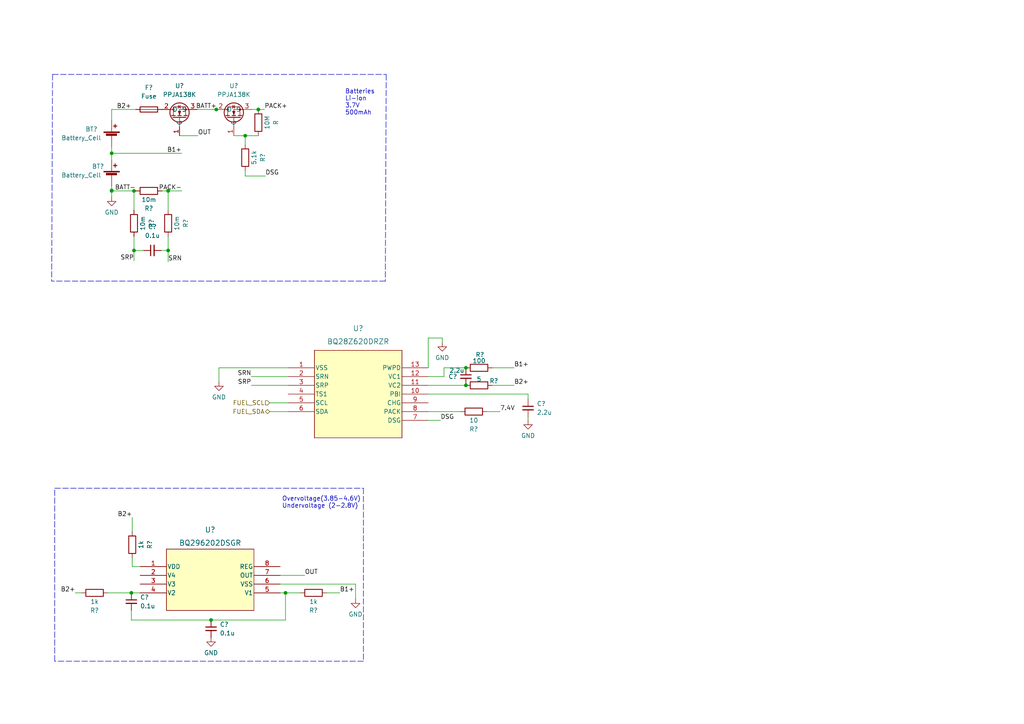
<source format=kicad_sch>
(kicad_sch (version 20211123) (generator eeschema)
  (paper "A4")
  (lib_symbols
    (symbol "Device:Battery_Cell" (pin_numbers hide) (pin_names (offset 0) hide)
      (property "Reference" "BT" (at 2.54 2.54 0))
      (property "Value" "Battery_Cell" (at 2.54 0 0))
      (symbol "Battery_Cell_0_1"
        (rectangle (start -2.286 1.778) (end 2.286 1.524) (fill (type outline)))
        (rectangle (start -1.5748 1.1938) (end 1.4732 0.6858) (fill (type outline)))
        (polyline (pts (xy 0 0.762) (xy 0 0)))
        (polyline (pts (xy 0 1.778) (xy 0 2.54)))
        (polyline (pts (xy 0.508 3.429) (xy 1.524 3.429)) (stroke (width 0.254)))
        (polyline (pts (xy 1.016 3.937) (xy 1.016 2.921)) (stroke (width 0.254)))
      )
      (symbol "Battery_Cell_1_1"
        (pin passive line (at 0 5.08 270) (length 2.54) (name "+") (number "1"))
        (pin passive line (at 0 -2.54 90) (length 2.54) (name "-") (number "2"))
      )
    )
    (symbol "Device:C_Small" (pin_numbers hide) (pin_names (offset 0.254) hide)
      (property "Reference" "C" (at 0.254 1.778 0))
      (property "Value" "C_Small" (at 0.254 -2.032 0))
      (symbol "C_Small_0_1"
        (polyline (pts (xy -1.524 -0.508) (xy 1.524 -0.508)) (stroke (width 0.3302)))
        (polyline (pts (xy -1.524 0.508) (xy 1.524 0.508)) (stroke (width 0.3048)))
      )
      (symbol "C_Small_1_1"
        (pin passive line (at 0 2.54 270) (length 2.032) (name "~") (number "1"))
        (pin passive line (at 0 -2.54 90) (length 2.032) (name "~") (number "2"))
      )
    )
    (symbol "Device:Fuse" (pin_numbers hide) (pin_names (offset 0))
      (property "Reference" "F" (at 2.032 0 90))
      (property "Value" "Fuse" (at -1.905 0 90))
      (symbol "Fuse_0_1"
        (rectangle (start -0.762 -2.54) (end 0.762 2.54) (stroke (width 0.254)))
        (polyline (pts (xy 0 2.54) (xy 0 -2.54)))
      )
      (symbol "Fuse_1_1"
        (pin passive line (at 0 3.81 270) (length 1.27) (name "~") (number "1"))
        (pin passive line (at 0 -3.81 90) (length 1.27) (name "~") (number "2"))
      )
    )
    (symbol "Device:R" (pin_numbers hide) (pin_names (offset 0))
      (property "Reference" "R" (at 2.032 0 90))
      (property "Value" "R" (at 0 0 90))
      (symbol "R_0_1"
        (rectangle (start -1.016 -2.54) (end 1.016 2.54) (stroke (width 0.254)))
      )
      (symbol "R_1_1"
        (pin passive line (at 0 3.81 270) (length 1.27) (name "~") (number "1"))
        (pin passive line (at 0 -3.81 90) (length 1.27) (name "~") (number "2"))
      )
    )
    (symbol "SmallSat-Peripherals-Board:BQ28Z620DRZR" (pin_names (offset 0.254))
      (property "Reference" "U" (at 20.32 10.16 0))
      (property "Value" "BQ28Z620DRZR" (at 20.32 7.62 0))
      (symbol "BQ28Z620DRZR_0_1"
        (polyline (pts (xy 7.62 5.08) (xy 7.62 -20.32)) (stroke (width 0.127)))
        (polyline (pts (xy 33.02 -20.32) (xy 33.02 5.08)) (stroke (width 0.127)))
        (polyline (pts (xy 33.02 5.08) (xy 7.62 5.08)) (stroke (width 0.127)))
        (pin power_in line (at 0 0 0) (length 7.62) (name "VSS") (number "1"))
        (pin power_in line (at 40.64 -7.62 180) (length 7.62) (name "PBI") (number "10"))
        (pin input line (at 40.64 -5.08 180) (length 7.62) (name "VC2") (number "11"))
        (pin input line (at 40.64 -2.54 180) (length 7.62) (name "VC1") (number "12"))
        (pin power_out line (at 40.64 0 180) (length 7.62) (name "PWPD") (number "13"))
        (pin input line (at 0 -2.54 0) (length 7.62) (name "SRN") (number "2"))
        (pin input line (at 0 -5.08 0) (length 7.62) (name "SRP") (number "3"))
        (pin input line (at 0 -7.62 0) (length 7.62) (name "TS1") (number "4"))
        (pin bidirectional line (at 0 -10.16 0) (length 7.62) (name "SCL") (number "5"))
        (pin bidirectional line (at 0 -12.7 0) (length 7.62) (name "SDA") (number "6"))
        (pin output line (at 40.64 -15.24 180) (length 7.62) (name "DSG") (number "7"))
        (pin input line (at 40.64 -12.7 180) (length 7.62) (name "PACK") (number "8"))
        (pin output line (at 40.64 -10.16 180) (length 7.62) (name "CHG") (number "9"))
      )
      (symbol "BQ28Z620DRZR_1_1"
        (rectangle (start 7.62 5.08) (end 33.02 -20.32) (fill (type background)))
      )
    )
    (symbol "SmallSat-Peripherals-Board:BQ296202DSGR" (pin_names (offset 0.254))
      (property "Reference" "U" (at -1.524 13.208 0))
      (property "Value" "BQ296202DSGR" (at -1.524 10.668 0))
      (symbol "BQ296202DSGR_0_1"
        (polyline (pts (xy -14.224 -9.652) (xy 11.176 -9.652)) (stroke (width 0.127)))
        (polyline (pts (xy -14.224 8.128) (xy -14.224 -9.652)) (stroke (width 0.127)))
        (polyline (pts (xy 11.176 8.128) (xy -14.224 8.128)) (stroke (width 0.127)))
        (pin power_in line (at -21.844 3.048 0) (length 7.62) (name "VDD") (number "1"))
        (pin input line (at -21.844 0.508 0) (length 7.62) (name "V4") (number "2"))
        (pin input line (at -21.844 -2.032 0) (length 7.62) (name "V3") (number "3"))
        (pin input line (at -21.844 -4.572 0) (length 7.62) (name "V2") (number "4"))
        (pin input line (at 18.796 -4.572 180) (length 7.62) (name "V1") (number "5"))
        (pin power_in line (at 18.796 -2.032 180) (length 7.62) (name "VSS") (number "6"))
        (pin output line (at 18.796 0.508 180) (length 7.62) (name "OUT") (number "7"))
        (pin output line (at 18.796 3.048 180) (length 7.62) (name "REG") (number "8"))
      )
      (symbol "BQ296202DSGR_1_1"
        (rectangle (start -14.224 8.128) (end 11.176 -9.652) (fill (type background)))
      )
    )
    (symbol "SmallSat-Peripherals-Board:PPJA138K"
      (property "Reference" "U" (at 0 12.7 0))
      (property "Value" "PPJA138K" (at 0 15.24 0))
      (symbol "PPJA138K_0_1"
        (polyline (pts (xy -1.27 0) (xy -4.064 0)))
        (polyline (pts (xy -1.27 1.905) (xy -1.27 -1.905)) (stroke (width 0.254)))
        (polyline (pts (xy -0.762 -1.27) (xy -0.762 -2.286)) (stroke (width 0.254)))
        (polyline (pts (xy -0.762 0.508) (xy -0.762 -0.508)) (stroke (width 0.254)))
        (polyline (pts (xy -0.762 2.286) (xy -0.762 1.27)) (stroke (width 0.254)))
        (polyline (pts (xy 1.016 2.54) (xy 1.016 1.778)))
        (polyline (pts (xy 1.016 -2.54) (xy 1.016 0) (xy -0.762 0)))
        (polyline (pts (xy -0.762 -1.778) (xy 1.778 -1.778) (xy 1.778 1.778) (xy -0.762 1.778)))
        (polyline (pts (xy -0.508 0) (xy 0.508 0.381) (xy 0.508 -0.381) (xy -0.508 0)) (fill (type outline)))
        (polyline (pts (xy 1.27 0.508) (xy 1.397 0.381) (xy 2.159 0.381) (xy 2.286 0.254)))
        (polyline (pts (xy 1.778 0.381) (xy 1.397 -0.254) (xy 2.159 -0.254) (xy 1.778 0.381)))
        (circle (center 0.127 0) (radius 2.794) (stroke (width 0.254)))
        (circle (center 1.016 -1.778) (radius 0.254) (fill (type outline)))
        (circle (center 1.016 1.778) (radius 0.254) (fill (type outline)))
      )
      (symbol "PPJA138K_1_1"
        (pin input line (at -6.604 0 0) (length 2.54) (name "G") (number "1"))
        (pin passive line (at 1.016 5.08 270) (length 2.54) (name "D") (number "2"))
        (pin passive line (at 1.016 -5.08 90) (length 2.54) (name "S") (number "3"))
      )
    )
    (symbol "power:GND" (power) (pin_names (offset 0))
      (property "Value" "GND" (at 0 -3.81 0))
      (symbol "GND_0_1"
        (polyline (pts (xy 0 0) (xy 0 -1.27) (xy 1.27 -1.27) (xy 0 -2.54) (xy -1.27 -1.27) (xy 0 -1.27)))
      )
      (symbol "GND_1_1"
        (pin power_in line (at 0 0 270) (length 0) hide (name "GND") (number "1"))
      )
    )
  )
  (junction (at 32.385 44.45))
  (junction (at 32.385 55.372))
  (junction (at 82.804 171.958))
  (junction (at 32.385 55.245))
  (junction (at 135.128 106.68))
  (junction (at 38.1 171.958))
  (junction (at 62.738 31.75))
  (junction (at 71.12 39.37))
  (junction (at 135.128 111.76))
  (junction (at 61.214 179.832))
  (junction (at 38.862 72.644))
  (junction (at 38.862 55.372))
  (junction (at 48.768 72.644))
  (junction (at 74.93 31.75))
  (junction (at 48.768 55.372))
  (wire (pts (xy 78.232 119.38) (xy 83.566 119.38)))
  (wire (pts (xy 124.206 119.38) (xy 133.604 119.38)))
  (wire (pts (xy 38.862 72.644) (xy 41.656 72.644)))
  (wire (pts (xy 32.385 55.245) (xy 32.385 55.372)))
  (wire (pts (xy 48.768 55.372) (xy 52.705 55.372)))
  (wire (pts (xy 32.385 55.372) (xy 38.862 55.372)))
  (wire (pts (xy 103.124 169.418) (xy 103.124 173.736)))
  (wire (pts (xy 46.99 55.372) (xy 48.768 55.372)))
  (wire (pts (xy 38.862 55.372) (xy 39.37 55.372)))
  (wire (pts (xy 48.768 72.644) (xy 48.768 68.58)))
  (wire (pts (xy 32.385 42.545) (xy 32.385 44.45)))
  (wire (pts (xy 21.844 171.958) (xy 23.622 171.958)))
  (wire (pts (xy 82.804 171.958) (xy 82.804 179.832)))
  (polyline (pts (xy 111.76 81.534) (xy 14.986 81.534)))
  (wire (pts (xy 153.162 114.3) (xy 153.162 115.824)))
  (wire (pts (xy 82.804 171.958) (xy 87.122 171.958)))
  (wire (pts (xy 62.738 31.75) (xy 62.865 31.75)))
  (wire (pts (xy 32.385 44.45) (xy 32.385 46.355)))
  (polyline (pts (xy 112.014 21.59) (xy 111.76 81.534)))
  (wire (pts (xy 38.1 179.832) (xy 61.214 179.832)))
  (wire (pts (xy 32.385 31.75) (xy 39.37 31.75)))
  (polyline (pts (xy 15.24 21.59) (xy 14.986 81.534)))
  (wire (pts (xy 71.12 51.054) (xy 76.962 51.054)))
  (wire (pts (xy 124.206 111.76) (xy 135.128 111.76)))
  (wire (pts (xy 72.898 109.22) (xy 83.566 109.22)))
  (wire (pts (xy 40.64 164.338) (xy 38.354 164.338)))
  (wire (pts (xy 128.778 109.22) (xy 128.778 106.68)))
  (wire (pts (xy 32.385 44.45) (xy 52.705 44.45)))
  (wire (pts (xy 94.742 171.958) (xy 98.552 171.958)))
  (wire (pts (xy 83.566 106.68) (xy 63.5 106.68)))
  (wire (pts (xy 141.224 119.38) (xy 145.034 119.38)))
  (wire (pts (xy 124.206 98.044) (xy 128.27 98.044)))
  (wire (pts (xy 46.736 72.644) (xy 48.768 72.644)))
  (wire (pts (xy 81.28 166.878) (xy 88.392 166.878)))
  (wire (pts (xy 32.385 34.925) (xy 32.385 31.75)))
  (wire (pts (xy 142.748 106.68) (xy 149.098 106.68)))
  (wire (pts (xy 71.12 39.37) (xy 71.12 41.91)))
  (wire (pts (xy 61.214 179.832) (xy 82.804 179.832)))
  (wire (pts (xy 153.162 120.904) (xy 153.162 121.92)))
  (wire (pts (xy 78.232 116.84) (xy 83.566 116.84)))
  (wire (pts (xy 31.242 171.958) (xy 38.1 171.958)))
  (wire (pts (xy 72.898 31.75) (xy 74.93 31.75)))
  (wire (pts (xy 67.818 39.37) (xy 71.12 39.37)))
  (wire (pts (xy 38.862 55.372) (xy 38.862 60.96)))
  (wire (pts (xy 63.5 106.68) (xy 63.5 110.744)))
  (wire (pts (xy 81.28 169.418) (xy 103.124 169.418)))
  (wire (pts (xy 38.1 177.038) (xy 38.1 179.832)))
  (polyline (pts (xy 15.875 191.77) (xy 15.875 141.605)))
  (polyline (pts (xy 15.875 141.605) (xy 105.41 141.605)))
  (wire (pts (xy 71.12 49.53) (xy 71.12 51.054)))
  (wire (pts (xy 32.385 55.372) (xy 32.385 57.15)))
  (wire (pts (xy 32.385 53.975) (xy 32.385 55.245)))
  (wire (pts (xy 124.206 114.3) (xy 153.162 114.3)))
  (wire (pts (xy 74.93 31.75) (xy 76.708 31.75)))
  (wire (pts (xy 38.354 164.338) (xy 38.354 161.798)))
  (wire (pts (xy 48.768 72.644) (xy 48.768 75.946)))
  (wire (pts (xy 71.12 39.37) (xy 74.93 39.37)))
  (wire (pts (xy 142.748 111.76) (xy 149.098 111.76)))
  (wire (pts (xy 124.206 109.22) (xy 128.778 109.22)))
  (wire (pts (xy 83.566 111.76) (xy 72.898 111.76)))
  (wire (pts (xy 38.862 68.58) (xy 38.862 72.644)))
  (wire (pts (xy 128.27 98.044) (xy 128.27 99.314)))
  (wire (pts (xy 124.206 121.92) (xy 127.762 121.92)))
  (wire (pts (xy 57.15 31.75) (xy 62.738 31.75)))
  (wire (pts (xy 81.28 171.958) (xy 82.804 171.958)))
  (wire (pts (xy 38.862 72.644) (xy 38.862 75.692)))
  (wire (pts (xy 128.778 106.68) (xy 135.128 106.68)))
  (wire (pts (xy 38.1 171.958) (xy 40.64 171.958)))
  (wire (pts (xy 124.206 106.68) (xy 124.206 98.044)))
  (polyline (pts (xy 105.41 141.605) (xy 105.41 191.77)))
  (wire (pts (xy 48.768 55.372) (xy 48.768 60.96)))
  (wire (pts (xy 52.07 39.37) (xy 57.404 39.37)))
  (polyline (pts (xy 15.24 21.59) (xy 112.014 21.59)))
  (polyline (pts (xy 105.41 191.77) (xy 15.875 191.77)))
  (wire (pts (xy 38.354 150.114) (xy 38.354 154.178)))
  (text "Batteries\nLi-ion\n3.7V\n500mAh" (at 100.076 33.528 0) (effects (font (size 1.27 1.27)) (justify left bottom)))
  (text "Overvoltage(3.85-4.6V)\nUndervoltage (2-2.8V)" (at 81.788 147.574 0) (effects (font (size 1.27 1.27)) (justify left bottom)))
  (label "DSG" (at 76.962 51.054 0))
  (label "7.4V" (at 145.034 119.38 0))
  (label "B2+" (at 38.354 150.114 180))
  (label "SRP" (at 72.898 111.76 180))
  (label "PACK+" (at 76.708 31.75 0))
  (label "B2+" (at 21.844 171.958 180))
  (label "B1+" (at 98.552 171.958 0))
  (label "SRN" (at 48.768 75.946 0))
  (label "BATT+" (at 62.865 31.75 180))
  (label "B2+" (at 38.1 31.75 180))
  (label "OUT" (at 88.392 166.878 0))
  (label "B1+" (at 52.705 44.45 180))
  (label "B2+" (at 149.098 111.76 0))
  (label "SRP" (at 38.862 75.692 180))
  (label "PACK-" (at 52.705 55.372 180))
  (label "BATT-" (at 39.37 55.372 180))
  (label "DSG" (at 127.762 121.92 0))
  (label "OUT" (at 57.404 39.37 0))
  (label "SRN" (at 72.898 109.22 180))
  (label "B1+" (at 149.098 106.68 0))
  (hierarchical_label "FUEL_SCL" (shape input) (at 78.232 116.84 180))
  (hierarchical_label "FUEL_SDA" (shape bidirectional) (at 78.232 119.38 180))
  (symbol (lib_id "power:GND") (at 103.124 173.736 0) (unit 1)
    (property "Reference" "#PWR?" (effects hide))
    (property "Value" "GND" (at 103.124 178.181 0))
  )
  (symbol (lib_id "Device:R") (at 27.432 171.958 90) (unit 1)
    (property "Reference" "R?" (at 27.432 177.038 90))
    (property "Value" "1k" (at 27.432 174.498 90))
  )
  (symbol (lib_id "SmallSat-Peripherals-Board:PPJA138K") (at 67.818 32.766 90) (unit 1)
    (property "Reference" "U?" (at 67.818 24.892 90))
    (property "Value" "PPJA138K" (at 67.818 27.432 90))
    (property "Datasheet" "https://www.panjit.com.tw/upload/datasheet/PJA138K.pdf" (effects hide))
  )
  (symbol (lib_id "Device:R") (at 43.18 55.372 90) (unit 1)
    (property "Reference" "R?" (at 43.18 60.452 90))
    (property "Value" "10m" (at 43.18 57.912 90))
  )
  (symbol (lib_id "SmallSat-Peripherals-Board:BQ296202DSGR") (at 62.484 167.386 0) (unit 1)
    (property "Reference" "U?" (at 60.96 153.67 0) (effects (font (size 1.524 1.524))))
    (property "Value" "BQ296202DSGR" (at 60.96 157.48 0) (effects (font (size 1.524 1.524))))
    (property "Footprint" "DSG8_TEX" (effects hide))
    (property "Datasheet" "https://www.ti.com/lit/ds/symlink/bq2962.pdf?ts=1707650538218&ref_url=https%253A%252F%252Fwww.mouser.de%252F" (effects hide))
  )
  (symbol (lib_id "power:GND") (at 128.27 99.314 0) (unit 1)
    (property "Reference" "#PWR?" (effects hide))
    (property "Value" "GND" (at 128.27 103.759 0))
  )
  (symbol (lib_id "Device:R") (at 137.414 119.38 90) (unit 1)
    (property "Reference" "R?" (at 137.414 124.46 90))
    (property "Value" "10" (at 137.414 121.92 90))
  )
  (symbol (lib_id "Device:R") (at 38.862 64.77 180) (unit 1)
    (property "Reference" "R?" (at 43.942 64.77 90))
    (property "Value" "10m" (at 41.402 64.77 90))
  )
  (symbol (lib_id "Device:C_Small") (at 135.128 109.22 0) (unit 1)
    (property "Reference" "C?" (at 130.048 109.22 0) (effects (justify left)))
    (property "Value" "2.2u" (at 130.302 107.442 0) (effects (justify left)))
  )
  (symbol (lib_id "power:GND") (at 63.5 110.744 0) (unit 1)
    (property "Reference" "#PWR?" (effects hide))
    (property "Value" "GND" (at 63.5 115.189 0))
  )
  (symbol (lib_id "Device:Battery_Cell") (at 32.385 51.435 0) (unit 1)
    (property "Reference" "BT?" (at 26.67 48.26 0) (effects (justify left)))
    (property "Value" "Battery_Cell" (at 17.78 50.8 0) (effects (justify left)))
  )
  (symbol (lib_id "Device:R") (at 138.938 111.76 90) (unit 1)
    (property "Reference" "R?" (at 143.256 110.49 90))
    (property "Value" "5" (at 138.938 109.982 90))
  )
  (symbol (lib_id "Device:R") (at 71.12 45.72 180) (unit 1)
    (property "Reference" "R?" (at 76.2 45.72 90))
    (property "Value" "5.1k" (at 73.66 45.72 90))
  )
  (symbol (lib_id "Device:R") (at 48.768 64.77 180) (unit 1)
    (property "Reference" "R?" (at 53.848 64.77 90))
    (property "Value" "10m" (at 51.308 64.77 90))
  )
  (symbol (lib_id "Device:R") (at 38.354 157.988 180) (unit 1)
    (property "Reference" "R?" (at 43.434 157.988 90))
    (property "Value" "1k" (at 40.894 157.988 90))
  )
  (symbol (lib_id "power:GND") (at 61.214 184.912 0) (unit 1)
    (property "Reference" "#PWR?" (effects hide))
    (property "Value" "GND" (at 61.214 189.357 0))
  )
  (symbol (lib_id "Device:Battery_Cell") (at 32.385 40.005 0) (unit 1)
    (property "Reference" "BT?" (at 24.765 37.465 0) (effects (justify left)))
    (property "Value" "Battery_Cell" (at 17.78 40.005 0) (effects (justify left)))
  )
  (symbol (lib_id "power:GND") (at 32.385 57.15 0) (unit 1)
    (property "Reference" "#PWR?" (effects hide))
    (property "Value" "GND" (at 32.385 61.595 0))
  )
  (symbol (lib_id "Device:C_Small") (at 44.196 72.644 90) (unit 1)
    (property "Reference" "C?" (at 44.2023 65.786 90))
    (property "Value" "0.1u" (at 44.2023 68.326 90))
  )
  (symbol (lib_id "Device:R") (at 90.932 171.958 90) (unit 1)
    (property "Reference" "R?" (at 90.932 177.038 90))
    (property "Value" "1k" (at 90.932 174.498 90))
  )
  (symbol (lib_id "Device:C_Small") (at 153.162 118.364 0) (unit 1)
    (property "Reference" "C?" (at 155.702 117.1002 0) (effects (justify left)))
    (property "Value" "2.2u" (at 155.702 119.6402 0) (effects (justify left)))
  )
  (symbol (lib_id "Device:C_Small") (at 61.214 182.372 0) (unit 1)
    (property "Reference" "C?" (at 63.754 181.1082 0) (effects (justify left)))
    (property "Value" "0.1u" (at 63.754 183.6482 0) (effects (justify left)))
  )
  (symbol (lib_id "SmallSat-Peripherals-Board:BQ28Z620DRZR") (at 83.566 106.68 0) (unit 1)
    (property "Reference" "U?" (at 103.886 95.25 0) (effects (font (size 1.524 1.524))))
    (property "Value" "BQ28Z620DRZR" (at 103.886 99.06 0) (effects (font (size 1.524 1.524))))
    (property "Footprint" "VSON12_DRZ_TEX" (effects hide))
    (property "Datasheet" "https://www.ti.com/lit/ds/symlink/bq28z620.pdf?ts=1707609817811" (effects hide))
  )
  (symbol (lib_id "Device:R") (at 74.93 35.56 180) (unit 1)
    (property "Reference" "R" (at 80.01 35.56 90))
    (property "Value" "10M" (at 77.47 35.56 90))
  )
  (symbol (lib_id "SmallSat-Peripherals-Board:PPJA138K") (at 52.07 32.766 90) (unit 1)
    (property "Reference" "U?" (at 52.07 24.892 90))
    (property "Value" "PPJA138K" (at 52.07 27.432 90))
    (property "Datasheet" "https://www.panjit.com.tw/upload/datasheet/PJA138K.pdf" (effects hide))
  )
  (symbol (lib_id "Device:C_Small") (at 38.1 174.498 0) (unit 1)
    (property "Reference" "C?" (at 40.64 173.2342 0) (effects (justify left)))
    (property "Value" "0.1u" (at 40.64 175.7742 0) (effects (justify left)))
  )
  (symbol (lib_id "Device:R") (at 138.938 106.68 90) (unit 1)
    (property "Reference" "R?" (at 139.192 102.87 90))
    (property "Value" "100" (at 138.938 104.648 90))
  )
  (symbol (lib_id "power:GND") (at 153.162 121.92 0) (unit 1)
    (property "Reference" "#PWR?" (effects hide))
    (property "Value" "GND" (at 153.162 126.365 0))
  )
  (symbol (lib_id "Device:Fuse") (at 43.18 31.75 90) (unit 1)
    (property "Reference" "F?" (at 43.18 25.4 90))
    (property "Value" "Fuse" (at 43.18 27.94 90))
  )
)
</source>
